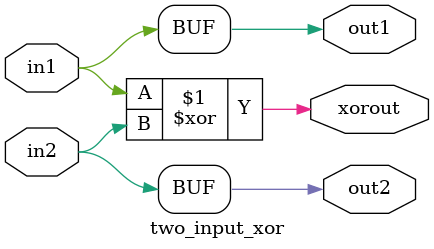
<source format=v>
`timescale 1ns / 1ps
module two_input_xor(
    input in1,
    input in2,
    output out1,
    output out2,
    output xorout
    );

	assign out1 = in1;
	assign out2 = in2;
	assign xorout = in1 ^ in2;
	
endmodule

</source>
